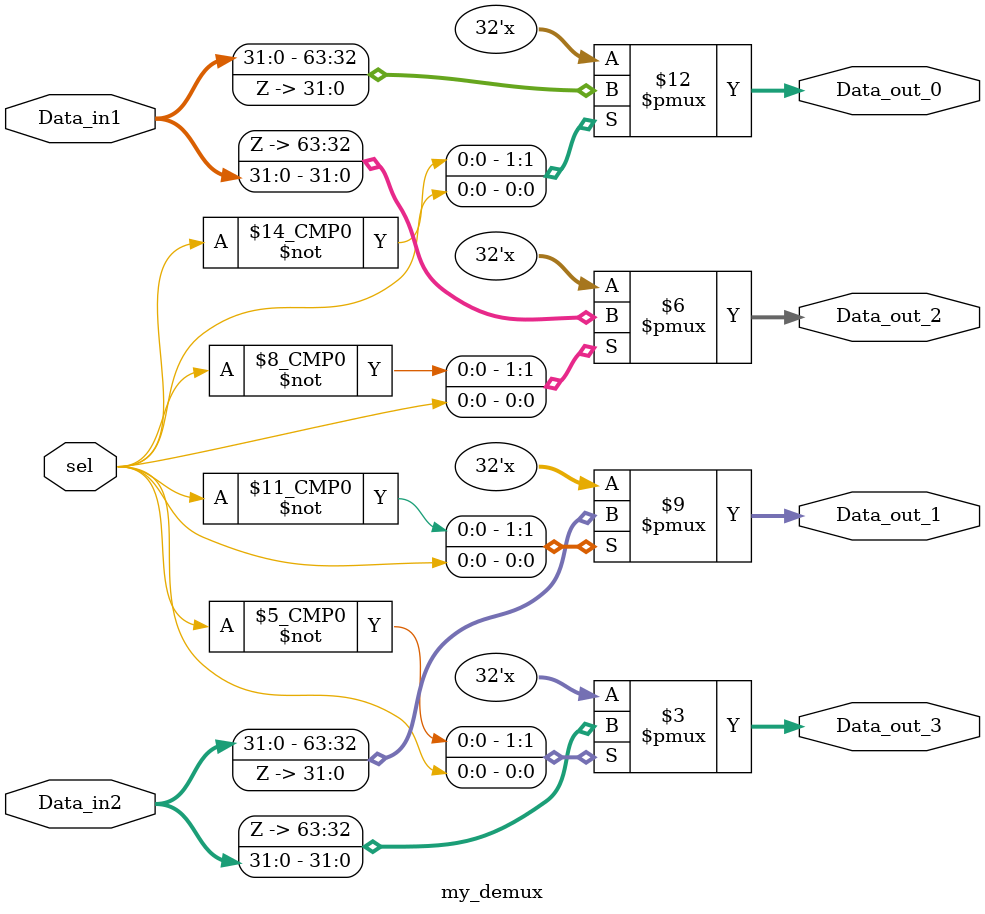
<source format=v>
module my_float_calc #( parameter s = 2'b01) (x,y,opcode,result,clk);

parameter	REG_SIZE = s[1] ? 64: 	(s[0] ? 32: 16);
parameter	EXP_SIZE = s[1] ? 11: 	(s[0] ? 8: 5);
parameter	FRA_SIZE = s[1] ? 52: 	(s[0] ? 23: 10);
parameter	BIAS	 = s[1] ? 1023: (s[0] ? 127: 15);

input clk, opcode; //opcode : 0 for add, 1 for multiply operation;
input [REG_SIZE-1:0] x,y; // size: 16 for half, 32 for single, 64 for double
output wire [REG_SIZE-1:0] result;

//wires to add and mult blocks
wire [REG_SIZE-1:0] x_add, y_add, x_mult, y_mult; 
//wire from add and mult blocks containing result
wire [REG_SIZE-1:0] r_mult, r_add;

//route the input values to approprite module via custom demux
my_demux #(.REG_SIZE(REG_SIZE)) demux_module(.Data_in1(x), .Data_in2(y), .sel(opcode), .Data_out_0(x_add), .Data_out_1(y_add), .Data_out_2(x_mult), .Data_out_3(y_mult));

// multiplier module
my_float_mult #(.s(s)) mult_module(.x(x_mult),.y(y_mult),.r(r_mult),.clk(clk));

//adder module
my_float_adder #(.s(s)) add_module(.x(x_add),.y(y_add),.r(r_add),.clk(clk));

//choose the appropriate output
assign result = opcode ? r_mult :r_add;

endmodule


/* ``````````````````````````````````````````````````````TESTBENCH MODULE``````````````````````````````````````````````` */
module my_float_calc_tb ();
parameter 	SIZE = 32,
			SIZE_MOD = (SIZE == 64) ? 2'b10:((SIZE ==32) ? 2'b01:2'b00);
reg [SIZE-1:0] x,y;
reg opcode;
wire [SIZE-1:0] r;
reg clk;

always #2 clk = ~clk;
my_float_calc #(.s(SIZE_MOD)) m1(.x(x),.y(y),.opcode(opcode),.result(r),.clk(clk));

initial begin
clk = 0;
opcode = 1; // 0 for add, 1 for mult
#2
//test case for half-precision (SIZE = 16)
/*
x = 16'h42B6; // 3.355
y = 16'h4D06; // 20.1 multiplied should result in or 5437
			  // 	  added should result in 4DDD
#5
if (opcode) $display("%h * %h= %h",x, y, r); 
else		$display("%h + %h= %h",x, y, r);
*/

/*x = 16'hb5ae; // -0.355
y = 16'h4D06; // 20.1 should result in -7.133 or 0xc722
#5
$display("%h * %h= %h",x, y, r);*/

//test case for single precision (SIZE = 32)

x = 'h420a449c;//34.567
y = 'hc2f6e666;//-123.45 multiplied should be -4267.2964 or c5855a5e 
			   //        added      should be -88.882996 or C2B1C418
#20
if (opcode) $display("%h * %h= %h",x, y, r); 
else		$display("%h + %h= %h",x, y, r); 


//test case for double precision (Size = 64)

/*
x = 'h407C81C6A7EF9DB2;// 456.111
y = 'hC0743CA031CEAF25;// -323.78911 should be -147683.77475121 or C102071E32B0C32C
#10
if (opcode) $display("%h * %h= %h",x, y, r); 
else		$display("%h + %h= %h",x, y, r);
*/

$finish;
end

initial begin

    $dumpfile("my_calc.vcd");
    $dumpvars();

end
endmodule

/* ``````````````````````````````````````````````````````ADDER MODULE``````````````````````````````````````````````` */
/*s = 	00 - half
		01 - single
		10 - double*/
	
module my_float_adder #( parameter s = 2'b01 ) (x,y,r,clk);

parameter	REG_SIZE = s[1] ? 64: (s[0] ? 32: 16);
parameter	EXP_SIZE = s[1] ? 11: (s[0] ? 8: 5);
parameter	FRA_SIZE = s[1] ? 52: (s[0] ? 23: 10);
parameter	BIAS	 = s[1] ? 1023: (s[0] ? 127: 15);

input clk;
input [REG_SIZE-1:0] x,y; // 16 for half, 32 for single, 64 for double
output reg [REG_SIZE-1:0] r;
reg s1,s2,sr; //sign bits, 1 for all sizes
reg [EXP_SIZE-1:0] e1,e2,er,abs_e1,abs_e2; // 5 bits for half, 8 bits for single, 11 for double
reg [FRA_SIZE:0] f1_t,f2_t;
reg [EXP_SIZE-1:0] exp_diff, mod_exp_diff;
reg [FRA_SIZE+1:0] sum,save;
reg [FRA_SIZE-1:0] f1,f2;

// read the numbers into appropriate representation
/* if half-precision use s|eeee_e|ffff_ffff_ff
if single-rprecision use s|eeee_eeee|ffff_ffff_ffff_ffff_ffff_fff
if douple precision use 1|11|52*/ 


always @(posedge clk)
begin
s1 = x[REG_SIZE-1];
s2 = y[REG_SIZE-1];
e1 = x[REG_SIZE-2:REG_SIZE-EXP_SIZE-1]-BIAS;
e2 = y[REG_SIZE-2:REG_SIZE-EXP_SIZE-1]-BIAS;
f1 = x[FRA_SIZE-1:0];
f2 = y[FRA_SIZE-1:0];
f1_t = {1'b1, f1};
f2_t = {1'b1, f2};
abs_e1= e1[EXP_SIZE-1] ? -e1 : e1;
abs_e2= e2[EXP_SIZE-1] ? -e2 : e2;
exp_diff = e1-e2;
exp_diff = exp_diff[EXP_SIZE-1] ? -exp_diff : exp_diff; 
if(abs_e1>abs_e2) begin
	f2_t = f2_t >> exp_diff;
	sr = s1;
	er = e1+BIAS;
end

else if(abs_e1<abs_e2) begin
	f1_t = f1_t >> exp_diff;
	sr = s2;
	er = e2+BIAS; 
end

else begin
	sr = (f1>f2) ? s1 : s2;
	er = e1+BIAS;
end

if (s1==1 && s2==0) begin
	f1_t = ~f1_t;
	f1_t = f1_t+1;
end

if (s1==0 && s2==1) begin
	f2_t = ~f2_t;
	f2_t = f2_t+1;
end

sum = f1_t+f2_t;

if (sr==1 && s1!=s2) sum = -sum; //if the bigger value of inputs is negative while the other is positive -  complement the result
if (s1 != s2) sum[FRA_SIZE+1] = 1'b0; // drop the carry if adding numbers with different sign bits

//normalize by rotating left or right depending on carry
while (sum[FRA_SIZE]==0 || sum[FRA_SIZE+1]!=0) 
begin
	if (sum[FRA_SIZE+1]==1) begin 
		sum = sum >> 1;
		er = er+1;
	end
	else begin
		sum = sum << 1;
		er = er-1;
	end
end

r = {sr, er,  sum[FRA_SIZE-1:0]}; //rebuild the final answer into reg r

end
endmodule



/* ``````````````````````````````````````````````````````MULT MODULE``````````````````````````````````````````````` */
module my_float_mult #( parameter s = 1 ) (x,y,r,clk);
//s = 	00 - half 01 - single 10 - double	
parameter	REG_SIZE = s[1] ? 64: 	(s[0] ? 32: 16);
parameter	EXP_SIZE = s[1] ? 11: 	(s[0] ? 8: 5);
parameter	FRA_SIZE = s[1] ? 52: 	(s[0] ? 23: 10);
parameter	BIAS	 = s[1] ? 1023: (s[0] ? 127: 15);

input clk;
integer i;
input [REG_SIZE-1:0] x,y; // 16 for half, 32 for single, 64 for double
output reg [REG_SIZE-1:0] r;
reg s1,s2,sr; //sign bits, 1 for all sizes
reg [EXP_SIZE-1:0] e1,e2,er; // 5 bits for half, 8 bits for single, 11 for double
reg [FRA_SIZE:0] f1,f2;
reg [EXP_SIZE-1:0] exp_diff, mod_exp_diff;
reg [2*FRA_SIZE+1:0] f_mult;

/* read the numbers into appropriate representation
if half-precision use s|eeee_e|ffff_ffff_ff
if single-rprecision use s|eeee_eeee|ffff_ffff_ffff_ffff_ffff_fff
if douple precision use 1|11|52
*/ 

always @(posedge clk)
begin
//break into sign-exponent-fraction form
s1 = x[REG_SIZE-1];
s2 = y[REG_SIZE-1];
e1 = x[REG_SIZE-2:REG_SIZE-EXP_SIZE-1];
e2 = y[REG_SIZE-2:REG_SIZE-EXP_SIZE-1];
f1 = {1'b1, x[FRA_SIZE-1:0]};
f2 = {1'b1, y[FRA_SIZE-1:0]};
//sign of the result
sr = s1^s2;
//exponent of the result
er = e1+e2-BIAS;
//multiply the fractional parts with appended 1
f_mult = 0;
for (i = 0; i < FRA_SIZE+1; i = i+1) begin
	if (f2[i]==1) begin
	f_mult = f_mult + (f1<<i);
	end
end
f_mult = f1*f2;
//normalize
if (f_mult[FRA_SIZE*2+1]==1) begin 
	f_mult = f_mult >> 1;
	er = er+1'b1;
end
//rebuild the final answer into reg r

r = {sr, er, f_mult[FRA_SIZE*2-1:FRA_SIZE]};
end
endmodule




/* ``````````````````````````````````````````````````````CUSTOM DEMUX MODULE``````````````````````````````````````````````` */
//Verilog module for 1:4 DEMUX with default size 32 fro registers
module my_demux #( parameter REG_SIZE = 32) (
     Data_in1,
	 Data_in2,
     sel,
    Data_out_0,
    Data_out_1,
    Data_out_2,
    Data_out_3
    );

//inputs and their sizes
    input [REG_SIZE-1:0] Data_in1, Data_in2;
    input sel;
//outputs and their sizes 
    output [REG_SIZE-1:0] Data_out_0;
    output [REG_SIZE-1:0] Data_out_1;
    output [REG_SIZE-1:0] Data_out_2;
    output [REG_SIZE-1:0] Data_out_3;
//Internal variables
    reg [REG_SIZE-1:0] Data_out_0;
    reg [REG_SIZE-1:0] Data_out_1;
    reg [REG_SIZE-1:0] Data_out_2;
    reg [REG_SIZE-1:0] Data_out_3;  

//always block with Data_in and sel in its sensitivity list
    always @(Data_in1 or Data_in2 or sel)
    begin
        case (sel)  
            2'b0 : begin
						$display("chose add");
                        Data_out_0 = Data_in1;
                        Data_out_1 = Data_in2;
                        Data_out_2 = {REG_SIZE{1'bz}};
                        Data_out_3 = {REG_SIZE{1'bz}};
                      end
            2'b1 : begin
                        Data_out_0 = {REG_SIZE{1'bz}};
                        Data_out_1 = {REG_SIZE{1'bz}};
                        Data_out_2 = Data_in1;
                        Data_out_3 = Data_in2;
                      end

        endcase
    end
    
endmodule
</source>
